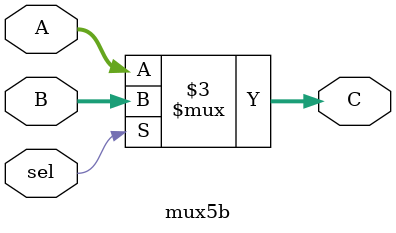
<source format=v>
`timescale 1ns/1ns

module mux5b(

    //inputs
    input sel,
    input [4:0] A,
    input [4:0] B,

    //outputs
    output reg[4:0] C

);

always @*
begin
    if(sel)
    begin 
        C=B;
    end
    else
    begin
        C=A;
    end
end

endmodule

</source>
